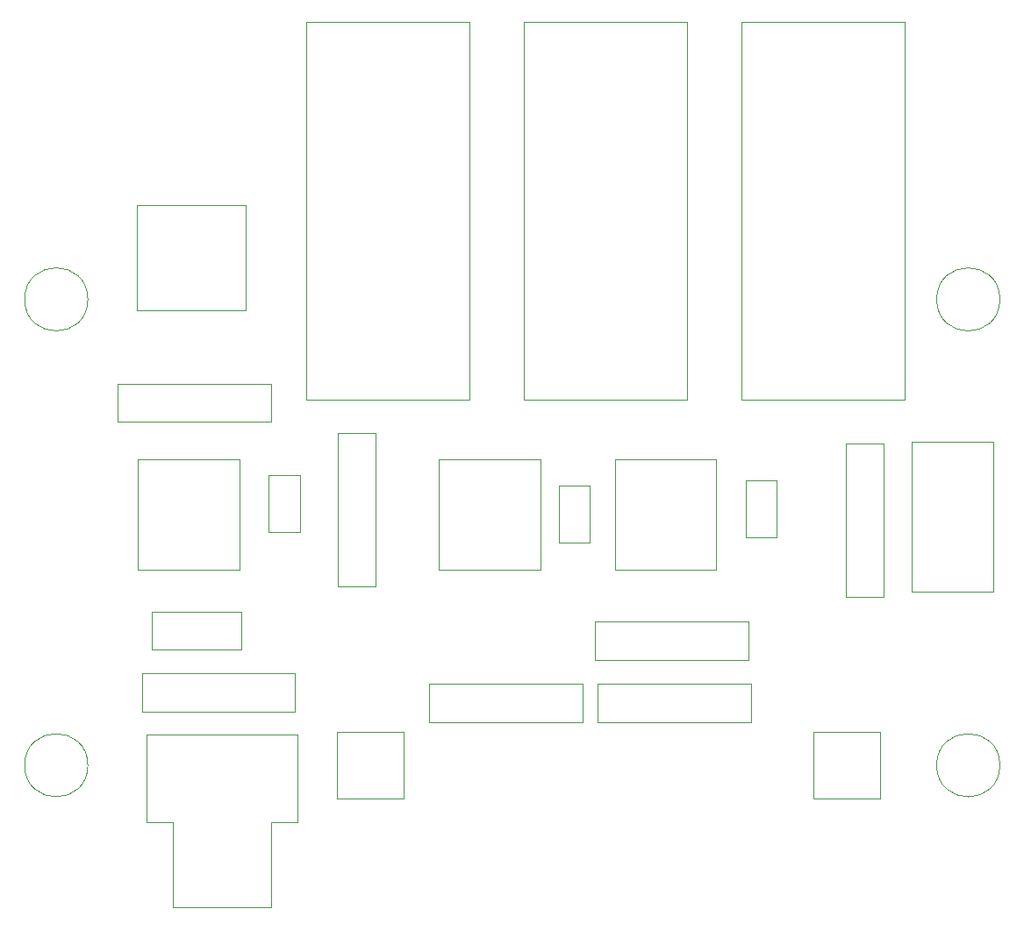
<source format=gbr>
G04 #@! TF.GenerationSoftware,KiCad,Pcbnew,5.1.6-c6e7f7d~86~ubuntu20.04.1*
G04 #@! TF.CreationDate,2020-06-08T17:16:22+01:00*
G04 #@! TF.ProjectId,PC_driver,50435f64-7269-4766-9572-2e6b69636164,rev?*
G04 #@! TF.SameCoordinates,Original*
G04 #@! TF.FileFunction,Other,User*
%FSLAX46Y46*%
G04 Gerber Fmt 4.6, Leading zero omitted, Abs format (unit mm)*
G04 Created by KiCad (PCBNEW 5.1.6-c6e7f7d~86~ubuntu20.04.1) date 2020-06-08 17:16:22*
%MOMM*%
%LPD*%
G01*
G04 APERTURE LIST*
%ADD10C,0.050000*%
G04 APERTURE END LIST*
D10*
X105250000Y-92850000D02*
X120050000Y-92850000D01*
X105250000Y-89150000D02*
X105250000Y-92850000D01*
X120050000Y-89150000D02*
X105250000Y-89150000D01*
X120050000Y-92850000D02*
X120050000Y-89150000D01*
X132950000Y-90150000D02*
X132950000Y-93850000D01*
X132950000Y-93850000D02*
X147750000Y-93850000D01*
X147750000Y-93850000D02*
X147750000Y-90150000D01*
X147750000Y-90150000D02*
X132950000Y-90150000D01*
X170050000Y-94750000D02*
X170050000Y-101250000D01*
X170050000Y-101250000D02*
X176500000Y-101250000D01*
X176500000Y-101250000D02*
X176500000Y-94750000D01*
X176500000Y-94750000D02*
X170050000Y-94750000D01*
X130500000Y-94750000D02*
X124050000Y-94750000D01*
X130500000Y-101250000D02*
X130500000Y-94750000D01*
X124050000Y-101250000D02*
X130500000Y-101250000D01*
X124050000Y-94750000D02*
X124050000Y-101250000D01*
X150900000Y-68450000D02*
X150900000Y-79150000D01*
X150900000Y-79150000D02*
X160700000Y-79150000D01*
X160700000Y-79150000D02*
X160700000Y-68450000D01*
X160700000Y-68450000D02*
X150900000Y-68450000D01*
X143700000Y-68450000D02*
X133900000Y-68450000D01*
X143700000Y-79150000D02*
X143700000Y-68450000D01*
X133900000Y-79150000D02*
X143700000Y-79150000D01*
X133900000Y-68450000D02*
X133900000Y-79150000D01*
X100050000Y-53000000D02*
G75*
G03*
X100050000Y-53000000I-3050000J0D01*
G01*
X188050000Y-53000000D02*
G75*
G03*
X188050000Y-53000000I-3050000J0D01*
G01*
X188050000Y-98000000D02*
G75*
G03*
X188050000Y-98000000I-3050000J0D01*
G01*
X100050000Y-98000000D02*
G75*
G03*
X100050000Y-98000000I-3050000J0D01*
G01*
X187450000Y-66750000D02*
X179550000Y-66750000D01*
X187450000Y-81250000D02*
X187450000Y-66750000D01*
X179550000Y-81250000D02*
X187450000Y-81250000D01*
X179550000Y-66750000D02*
X179550000Y-81250000D01*
X117500000Y-70000000D02*
X117500000Y-75500000D01*
X120500000Y-70000000D02*
X117500000Y-70000000D01*
X120500000Y-75500000D02*
X120500000Y-70000000D01*
X117500000Y-75500000D02*
X120500000Y-75500000D01*
X166500000Y-70500000D02*
X163500000Y-70500000D01*
X163500000Y-70500000D02*
X163500000Y-76000000D01*
X163500000Y-76000000D02*
X166500000Y-76000000D01*
X166500000Y-76000000D02*
X166500000Y-70500000D01*
X145500000Y-76500000D02*
X148500000Y-76500000D01*
X148500000Y-76500000D02*
X148500000Y-71000000D01*
X148500000Y-71000000D02*
X145500000Y-71000000D01*
X145500000Y-71000000D02*
X145500000Y-76500000D01*
X121150000Y-62700000D02*
X136850000Y-62700000D01*
X121150000Y-62700000D02*
X121150000Y-26200000D01*
X136850000Y-26200000D02*
X121150000Y-26200000D01*
X136850000Y-62700000D02*
X136850000Y-26200000D01*
X106200000Y-86800000D02*
X114850000Y-86800000D01*
X114850000Y-86800000D02*
X114850000Y-83200000D01*
X114850000Y-83200000D02*
X106200000Y-83200000D01*
X106200000Y-83200000D02*
X106200000Y-86800000D01*
X142150000Y-62700000D02*
X157850000Y-62700000D01*
X142150000Y-62700000D02*
X142150000Y-26200000D01*
X157850000Y-26200000D02*
X142150000Y-26200000D01*
X157850000Y-62700000D02*
X157850000Y-26200000D01*
X178850000Y-62700000D02*
X178850000Y-26200000D01*
X178850000Y-26200000D02*
X163150000Y-26200000D01*
X163150000Y-62700000D02*
X163150000Y-26200000D01*
X163150000Y-62700000D02*
X178850000Y-62700000D01*
X115300000Y-54060000D02*
X115300000Y-43890000D01*
X115300000Y-43890000D02*
X104750000Y-43890000D01*
X115300000Y-54060000D02*
X104750000Y-54060000D01*
X104750000Y-54060000D02*
X104750000Y-43890000D01*
X102950000Y-61150000D02*
X102950000Y-64850000D01*
X102950000Y-64850000D02*
X117750000Y-64850000D01*
X117750000Y-64850000D02*
X117750000Y-61150000D01*
X117750000Y-61150000D02*
X102950000Y-61150000D01*
X127850000Y-80750000D02*
X127850000Y-65950000D01*
X124150000Y-80750000D02*
X127850000Y-80750000D01*
X124150000Y-65950000D02*
X124150000Y-80750000D01*
X127850000Y-65950000D02*
X124150000Y-65950000D01*
X163750000Y-84150000D02*
X148950000Y-84150000D01*
X163750000Y-87850000D02*
X163750000Y-84150000D01*
X148950000Y-87850000D02*
X163750000Y-87850000D01*
X148950000Y-84150000D02*
X148950000Y-87850000D01*
X164050000Y-93850000D02*
X164050000Y-90150000D01*
X164050000Y-90150000D02*
X149250000Y-90150000D01*
X149250000Y-90150000D02*
X149250000Y-93850000D01*
X149250000Y-93850000D02*
X164050000Y-93850000D01*
X176850000Y-66950000D02*
X173150000Y-66950000D01*
X173150000Y-66950000D02*
X173150000Y-81750000D01*
X173150000Y-81750000D02*
X176850000Y-81750000D01*
X176850000Y-81750000D02*
X176850000Y-66950000D01*
X105750000Y-103500000D02*
X105750000Y-95000000D01*
X108250000Y-103500000D02*
X105750000Y-103500000D01*
X108250000Y-111750000D02*
X108250000Y-103500000D01*
X117750000Y-111750000D02*
X108250000Y-111750000D01*
X117750000Y-103500000D02*
X117750000Y-111750000D01*
X120250000Y-103500000D02*
X117750000Y-103500000D01*
X120250000Y-95000000D02*
X120250000Y-103500000D01*
X105750000Y-95000000D02*
X120250000Y-95000000D01*
X104900000Y-68450000D02*
X104900000Y-79150000D01*
X104900000Y-79150000D02*
X114700000Y-79150000D01*
X114700000Y-79150000D02*
X114700000Y-68450000D01*
X114700000Y-68450000D02*
X104900000Y-68450000D01*
M02*

</source>
